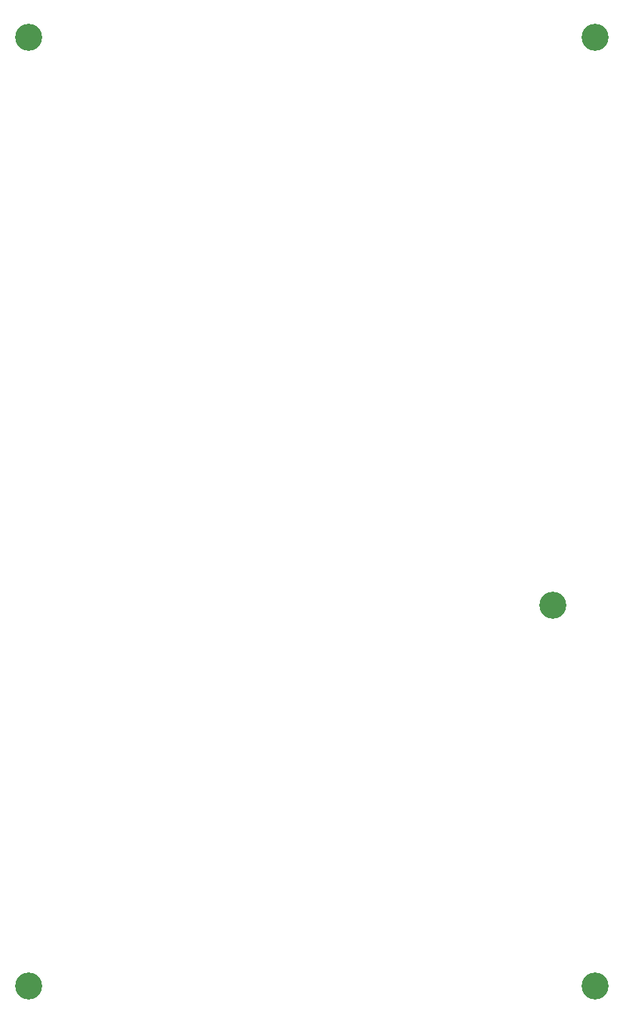
<source format=gbr>
%TF.GenerationSoftware,KiCad,Pcbnew,9.0.5*%
%TF.CreationDate,2025-11-24T08:34:28-05:00*%
%TF.ProjectId,devboard,64657662-6f61-4726-942e-6b696361645f,rev?*%
%TF.SameCoordinates,Original*%
%TF.FileFunction,NonPlated,1,4,NPTH,Drill*%
%TF.FilePolarity,Positive*%
%FSLAX46Y46*%
G04 Gerber Fmt 4.6, Leading zero omitted, Abs format (unit mm)*
G04 Created by KiCad (PCBNEW 9.0.5) date 2025-11-24 08:34:28*
%MOMM*%
%LPD*%
G01*
G04 APERTURE LIST*
%TA.AperFunction,ComponentDrill*%
%ADD10C,3.200000*%
%TD*%
G04 APERTURE END LIST*
D10*
%TO.C,H4*%
X123617887Y-151225834D03*
%TO.C,H1*%
X123617900Y-39225800D03*
%TO.C,H5*%
X185618000Y-106225900D03*
%TO.C,H3*%
X190617800Y-151225800D03*
%TO.C,H2*%
X190617900Y-39225800D03*
M02*

</source>
